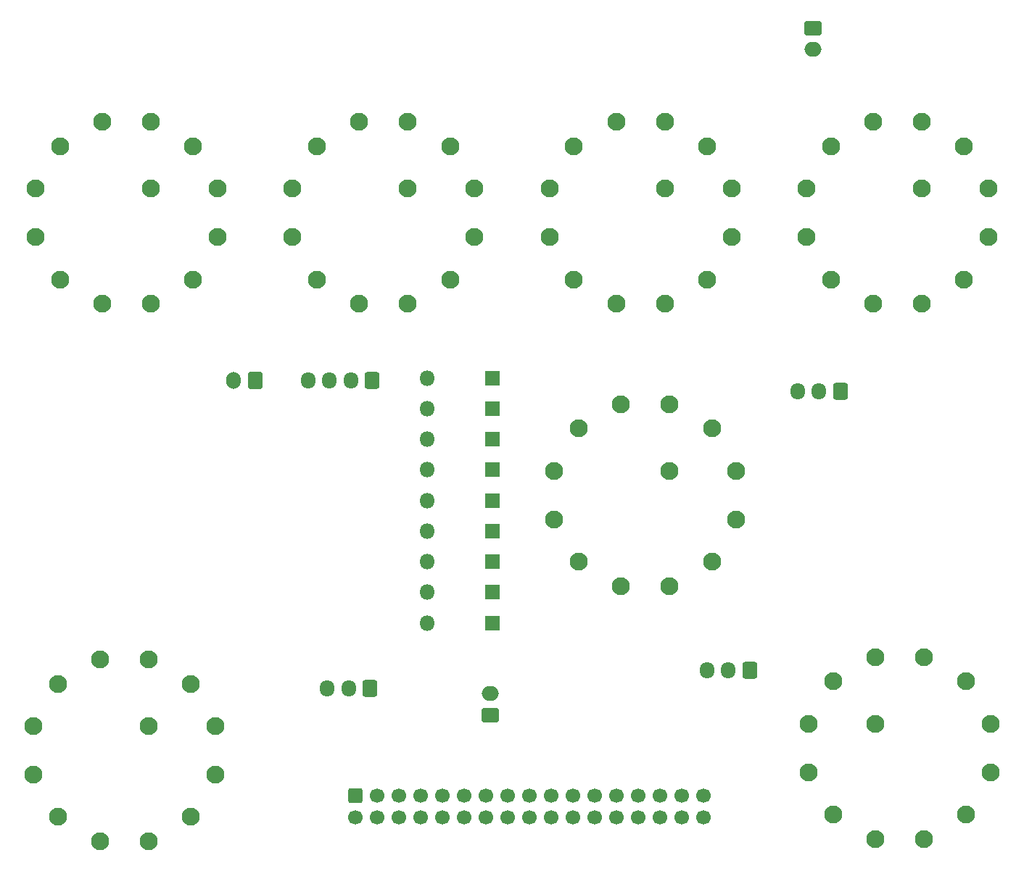
<source format=gbr>
%TF.GenerationSoftware,KiCad,Pcbnew,8.0.2-1*%
%TF.CreationDate,2024-08-11T12:55:08+10:00*%
%TF.ProjectId,VHF-AM-ROTARIES,5648462d-414d-42d5-924f-544152494553,rev?*%
%TF.SameCoordinates,Original*%
%TF.FileFunction,Soldermask,Top*%
%TF.FilePolarity,Negative*%
%FSLAX46Y46*%
G04 Gerber Fmt 4.6, Leading zero omitted, Abs format (unit mm)*
G04 Created by KiCad (PCBNEW 8.0.2-1) date 2024-08-11 12:55:08*
%MOMM*%
%LPD*%
G01*
G04 APERTURE LIST*
G04 Aperture macros list*
%AMRoundRect*
0 Rectangle with rounded corners*
0 $1 Rounding radius*
0 $2 $3 $4 $5 $6 $7 $8 $9 X,Y pos of 4 corners*
0 Add a 4 corners polygon primitive as box body*
4,1,4,$2,$3,$4,$5,$6,$7,$8,$9,$2,$3,0*
0 Add four circle primitives for the rounded corners*
1,1,$1+$1,$2,$3*
1,1,$1+$1,$4,$5*
1,1,$1+$1,$6,$7*
1,1,$1+$1,$8,$9*
0 Add four rect primitives between the rounded corners*
20,1,$1+$1,$2,$3,$4,$5,0*
20,1,$1+$1,$4,$5,$6,$7,0*
20,1,$1+$1,$6,$7,$8,$9,0*
20,1,$1+$1,$8,$9,$2,$3,0*%
G04 Aperture macros list end*
%ADD10RoundRect,0.250000X0.600000X0.725000X-0.600000X0.725000X-0.600000X-0.725000X0.600000X-0.725000X0*%
%ADD11O,1.700000X1.950000*%
%ADD12C,2.100000*%
%ADD13R,1.800000X1.800000*%
%ADD14O,1.800000X1.800000*%
%ADD15RoundRect,0.250000X-0.750000X0.600000X-0.750000X-0.600000X0.750000X-0.600000X0.750000X0.600000X0*%
%ADD16O,2.000000X1.700000*%
%ADD17RoundRect,0.250000X0.750000X-0.600000X0.750000X0.600000X-0.750000X0.600000X-0.750000X-0.600000X0*%
%ADD18RoundRect,0.250000X-0.600000X0.600000X-0.600000X-0.600000X0.600000X-0.600000X0.600000X0.600000X0*%
%ADD19C,1.700000*%
%ADD20RoundRect,0.250000X0.600000X0.750000X-0.600000X0.750000X-0.600000X-0.750000X0.600000X-0.750000X0*%
%ADD21O,1.700000X2.000000*%
G04 APERTURE END LIST*
D10*
%TO.C,SW7*%
X111550000Y-116900000D03*
D11*
X109050000Y-116900000D03*
X106550000Y-116900000D03*
%TD*%
D12*
%TO.C,J2*%
X162725000Y-121031000D03*
X165572000Y-116100000D03*
X170503000Y-113253000D03*
X176197000Y-113253000D03*
X181128000Y-116100000D03*
X183975000Y-121031000D03*
X183975000Y-126725000D03*
X181128000Y-131656000D03*
X176197000Y-134503000D03*
X170503000Y-134503000D03*
X165572000Y-131656000D03*
X162725000Y-126725000D03*
X170522000Y-121050000D03*
%TD*%
%TO.C,SW2*%
X145947000Y-50722000D03*
X150878000Y-53569000D03*
X153725000Y-58500000D03*
X153725000Y-64194000D03*
X150878000Y-69125000D03*
X145947000Y-71972000D03*
X140253000Y-71972000D03*
X135322000Y-69125000D03*
X132475000Y-64194000D03*
X132475000Y-58500000D03*
X135322000Y-53569000D03*
X140253000Y-50722000D03*
X145928000Y-58519000D03*
%TD*%
%TO.C,J9*%
X85697000Y-113522000D03*
X90628000Y-116369000D03*
X93475000Y-121300000D03*
X93475000Y-126994000D03*
X90628000Y-131925000D03*
X85697000Y-134772000D03*
X80003000Y-134772000D03*
X75072000Y-131925000D03*
X72225000Y-126994000D03*
X72225000Y-121300000D03*
X75072000Y-116369000D03*
X80003000Y-113522000D03*
X85678000Y-121319000D03*
%TD*%
%TO.C,SW5*%
X85947000Y-50722000D03*
X90878000Y-53569000D03*
X93725000Y-58500000D03*
X93725000Y-64194000D03*
X90878000Y-69125000D03*
X85947000Y-71972000D03*
X80253000Y-71972000D03*
X75322000Y-69125000D03*
X72475000Y-64194000D03*
X72475000Y-58500000D03*
X75322000Y-53569000D03*
X80253000Y-50722000D03*
X85928000Y-58519000D03*
%TD*%
%TO.C,SW3*%
X175947000Y-50722000D03*
X180878000Y-53569000D03*
X183725000Y-58500000D03*
X183725000Y-64194000D03*
X180878000Y-69125000D03*
X175947000Y-71972000D03*
X170253000Y-71972000D03*
X165322000Y-69125000D03*
X162475000Y-64194000D03*
X162475000Y-58500000D03*
X165322000Y-53569000D03*
X170253000Y-50722000D03*
X175928000Y-58519000D03*
%TD*%
%TO.C,SW1*%
X115947000Y-50722000D03*
X120878000Y-53569000D03*
X123725000Y-58500000D03*
X123725000Y-64194000D03*
X120878000Y-69125000D03*
X115947000Y-71972000D03*
X110253000Y-71972000D03*
X105322000Y-69125000D03*
X102475000Y-64194000D03*
X102475000Y-58500000D03*
X105322000Y-53569000D03*
X110253000Y-50722000D03*
X115928000Y-58519000D03*
%TD*%
%TO.C,SW4*%
X146500000Y-83697000D03*
X151431000Y-86544000D03*
X154278000Y-91475000D03*
X154278000Y-97169000D03*
X151431000Y-102100000D03*
X146500000Y-104947000D03*
X140806000Y-104947000D03*
X135875000Y-102100000D03*
X133028000Y-97169000D03*
X133028000Y-91475000D03*
X135875000Y-86544000D03*
X140806000Y-83697000D03*
X146481000Y-91494000D03*
%TD*%
D13*
%TO.C,D6*%
X125820000Y-80650000D03*
D14*
X118200000Y-80650000D03*
%TD*%
D15*
%TO.C,J5*%
X163200000Y-39760000D03*
D16*
X163200000Y-42260000D03*
%TD*%
D10*
%TO.C,RV1*%
X155875000Y-114800000D03*
D11*
X153375000Y-114800000D03*
X150875000Y-114800000D03*
%TD*%
D13*
%TO.C,D4*%
X125820000Y-105675000D03*
D14*
X118200000Y-105675000D03*
%TD*%
D13*
%TO.C,D7*%
X125820000Y-87800000D03*
D14*
X118200000Y-87800000D03*
%TD*%
D13*
%TO.C,D9*%
X125820000Y-102100000D03*
D14*
X118200000Y-102100000D03*
%TD*%
D10*
%TO.C,SW8*%
X166455000Y-82200000D03*
D11*
X163955000Y-82200000D03*
X161455000Y-82200000D03*
%TD*%
D10*
%TO.C,J3*%
X111775000Y-80900000D03*
D11*
X109275000Y-80900000D03*
X106775000Y-80900000D03*
X104275000Y-80900000D03*
%TD*%
D13*
%TO.C,D2*%
X125820000Y-109250000D03*
D14*
X118200000Y-109250000D03*
%TD*%
D17*
%TO.C,J4*%
X125600000Y-120000000D03*
D16*
X125600000Y-117500000D03*
%TD*%
D13*
%TO.C,D8*%
X125820000Y-91375000D03*
D14*
X118200000Y-91375000D03*
%TD*%
D13*
%TO.C,D1*%
X125820000Y-98525000D03*
D14*
X118200000Y-98525000D03*
%TD*%
D13*
%TO.C,D5*%
X125820000Y-84225000D03*
D14*
X118200000Y-84225000D03*
%TD*%
D13*
%TO.C,D3*%
X125820000Y-94950000D03*
D14*
X118200000Y-94950000D03*
%TD*%
D18*
%TO.C,J1*%
X109775000Y-129400000D03*
D19*
X109775000Y-131940000D03*
X112315000Y-129400000D03*
X112315000Y-131940000D03*
X114855000Y-129400000D03*
X114855000Y-131940000D03*
X117395000Y-129400000D03*
X117395000Y-131940000D03*
X119935000Y-129400000D03*
X119935000Y-131940000D03*
X122475000Y-129400000D03*
X122475000Y-131940000D03*
X125015000Y-129400000D03*
X125015000Y-131940000D03*
X127555000Y-129400000D03*
X127555000Y-131940000D03*
X130095000Y-129400000D03*
X130095000Y-131940000D03*
X132635000Y-129400000D03*
X132635000Y-131940000D03*
X135175000Y-129400000D03*
X135175000Y-131940000D03*
X137715000Y-129400000D03*
X137715000Y-131940000D03*
X140255000Y-129400000D03*
X140255000Y-131940000D03*
X142795000Y-129400000D03*
X142795000Y-131940000D03*
X145335000Y-129400000D03*
X145335000Y-131940000D03*
X147875000Y-129400000D03*
X147875000Y-131940000D03*
X150415000Y-129400000D03*
X150415000Y-131940000D03*
%TD*%
D20*
%TO.C,SW6*%
X98100000Y-80925000D03*
D21*
X95600000Y-80925000D03*
%TD*%
M02*

</source>
